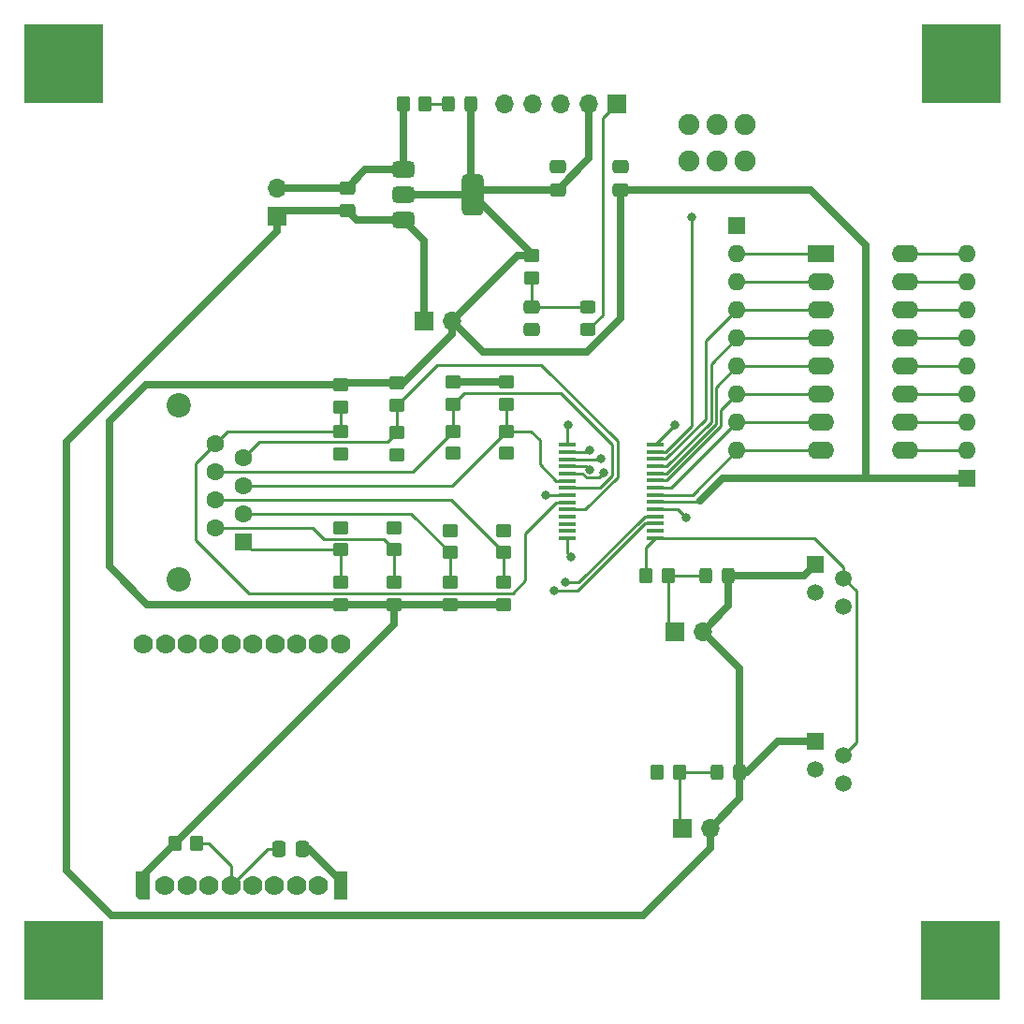
<source format=gbr>
%TF.GenerationSoftware,KiCad,Pcbnew,8.0.1*%
%TF.CreationDate,2024-03-27T11:30:44-06:00*%
%TF.ProjectId,ATV_Project_MasterBoard,4154565f-5072-46f6-9a65-63745f4d6173,rev?*%
%TF.SameCoordinates,Original*%
%TF.FileFunction,Copper,L1,Top*%
%TF.FilePolarity,Positive*%
%FSLAX46Y46*%
G04 Gerber Fmt 4.6, Leading zero omitted, Abs format (unit mm)*
G04 Created by KiCad (PCBNEW 8.0.1) date 2024-03-27 11:30:44*
%MOMM*%
%LPD*%
G01*
G04 APERTURE LIST*
G04 Aperture macros list*
%AMRoundRect*
0 Rectangle with rounded corners*
0 $1 Rounding radius*
0 $2 $3 $4 $5 $6 $7 $8 $9 X,Y pos of 4 corners*
0 Add a 4 corners polygon primitive as box body*
4,1,4,$2,$3,$4,$5,$6,$7,$8,$9,$2,$3,0*
0 Add four circle primitives for the rounded corners*
1,1,$1+$1,$2,$3*
1,1,$1+$1,$4,$5*
1,1,$1+$1,$6,$7*
1,1,$1+$1,$8,$9*
0 Add four rect primitives between the rounded corners*
20,1,$1+$1,$2,$3,$4,$5,0*
20,1,$1+$1,$4,$5,$6,$7,0*
20,1,$1+$1,$6,$7,$8,$9,0*
20,1,$1+$1,$8,$9,$2,$3,0*%
%AMOutline5P*
0 Free polygon, 5 corners , with rotation*
0 The origin of the aperture is its center*
0 number of corners: always 5*
0 $1 to $10 corner X, Y*
0 $11 Rotation angle, in degrees counterclockwise*
0 create outline with 5 corners*
4,1,5,$1,$2,$3,$4,$5,$6,$7,$8,$9,$10,$1,$2,$11*%
%AMOutline6P*
0 Free polygon, 6 corners , with rotation*
0 The origin of the aperture is its center*
0 number of corners: always 6*
0 $1 to $12 corner X, Y*
0 $13 Rotation angle, in degrees counterclockwise*
0 create outline with 6 corners*
4,1,6,$1,$2,$3,$4,$5,$6,$7,$8,$9,$10,$11,$12,$1,$2,$13*%
%AMOutline7P*
0 Free polygon, 7 corners , with rotation*
0 The origin of the aperture is its center*
0 number of corners: always 7*
0 $1 to $14 corner X, Y*
0 $15 Rotation angle, in degrees counterclockwise*
0 create outline with 7 corners*
4,1,7,$1,$2,$3,$4,$5,$6,$7,$8,$9,$10,$11,$12,$13,$14,$1,$2,$15*%
%AMOutline8P*
0 Free polygon, 8 corners , with rotation*
0 The origin of the aperture is its center*
0 number of corners: always 8*
0 $1 to $16 corner X, Y*
0 $17 Rotation angle, in degrees counterclockwise*
0 create outline with 8 corners*
4,1,8,$1,$2,$3,$4,$5,$6,$7,$8,$9,$10,$11,$12,$13,$14,$15,$16,$1,$2,$17*%
G04 Aperture macros list end*
%TA.AperFunction,ComponentPad*%
%ADD10C,2.200000*%
%TD*%
%TA.AperFunction,ComponentPad*%
%ADD11C,1.600000*%
%TD*%
%TA.AperFunction,ComponentPad*%
%ADD12RoundRect,0.248000X-0.552000X0.552000X-0.552000X-0.552000X0.552000X-0.552000X0.552000X0.552000X0*%
%TD*%
%TA.AperFunction,ComponentPad*%
%ADD13R,7.112000X7.112000*%
%TD*%
%TA.AperFunction,ComponentPad*%
%ADD14R,1.520000X1.520000*%
%TD*%
%TA.AperFunction,ComponentPad*%
%ADD15C,1.520000*%
%TD*%
%TA.AperFunction,ComponentPad*%
%ADD16Outline5P,-1.270000X0.381000X-1.016000X0.635000X1.270000X0.635000X1.270000X-0.635000X-1.270000X-0.635000X90.000000*%
%TD*%
%TA.AperFunction,ComponentPad*%
%ADD17C,1.778000*%
%TD*%
%TA.AperFunction,ComponentPad*%
%ADD18R,1.270000X2.540000*%
%TD*%
%TA.AperFunction,ComponentPad*%
%ADD19C,1.905000*%
%TD*%
%TA.AperFunction,ComponentPad*%
%ADD20R,2.400000X1.600000*%
%TD*%
%TA.AperFunction,ComponentPad*%
%ADD21O,2.400000X1.600000*%
%TD*%
%TA.AperFunction,ComponentPad*%
%ADD22R,1.700000X1.700000*%
%TD*%
%TA.AperFunction,ComponentPad*%
%ADD23O,1.700000X1.700000*%
%TD*%
%TA.AperFunction,SMDPad,CuDef*%
%ADD24RoundRect,0.375000X-0.625000X-0.375000X0.625000X-0.375000X0.625000X0.375000X-0.625000X0.375000X0*%
%TD*%
%TA.AperFunction,SMDPad,CuDef*%
%ADD25RoundRect,0.500000X-0.500000X-1.400000X0.500000X-1.400000X0.500000X1.400000X-0.500000X1.400000X0*%
%TD*%
%TA.AperFunction,SMDPad,CuDef*%
%ADD26R,1.500000X0.380000*%
%TD*%
%TA.AperFunction,ComponentPad*%
%ADD27R,1.600000X1.600000*%
%TD*%
%TA.AperFunction,ComponentPad*%
%ADD28O,1.600000X1.600000*%
%TD*%
%TA.AperFunction,ComponentPad*%
%ADD29RoundRect,0.250000X-0.450000X0.350000X-0.450000X-0.350000X0.450000X-0.350000X0.450000X0.350000X0*%
%TD*%
%TA.AperFunction,SMDPad,CuDef*%
%ADD30RoundRect,0.250000X0.450000X-0.350000X0.450000X0.350000X-0.450000X0.350000X-0.450000X-0.350000X0*%
%TD*%
%TA.AperFunction,ComponentPad*%
%ADD31RoundRect,0.250000X0.450000X-0.350000X0.450000X0.350000X-0.450000X0.350000X-0.450000X-0.350000X0*%
%TD*%
%TA.AperFunction,SMDPad,CuDef*%
%ADD32RoundRect,0.250000X-0.450000X0.350000X-0.450000X-0.350000X0.450000X-0.350000X0.450000X0.350000X0*%
%TD*%
%TA.AperFunction,SMDPad,CuDef*%
%ADD33RoundRect,0.250000X0.350000X0.450000X-0.350000X0.450000X-0.350000X-0.450000X0.350000X-0.450000X0*%
%TD*%
%TA.AperFunction,SMDPad,CuDef*%
%ADD34RoundRect,0.250000X-0.350000X-0.450000X0.350000X-0.450000X0.350000X0.450000X-0.350000X0.450000X0*%
%TD*%
%TA.AperFunction,ComponentPad*%
%ADD35RoundRect,0.250000X0.350000X0.450000X-0.350000X0.450000X-0.350000X-0.450000X0.350000X-0.450000X0*%
%TD*%
%TA.AperFunction,SMDPad,CuDef*%
%ADD36RoundRect,0.250000X-0.325000X-0.450000X0.325000X-0.450000X0.325000X0.450000X-0.325000X0.450000X0*%
%TD*%
%TA.AperFunction,ComponentPad*%
%ADD37RoundRect,0.250000X0.450000X-0.325000X0.450000X0.325000X-0.450000X0.325000X-0.450000X-0.325000X0*%
%TD*%
%TA.AperFunction,SMDPad,CuDef*%
%ADD38RoundRect,0.250000X0.450000X-0.325000X0.450000X0.325000X-0.450000X0.325000X-0.450000X-0.325000X0*%
%TD*%
%TA.AperFunction,SMDPad,CuDef*%
%ADD39RoundRect,0.250000X-0.337500X-0.475000X0.337500X-0.475000X0.337500X0.475000X-0.337500X0.475000X0*%
%TD*%
%TA.AperFunction,SMDPad,CuDef*%
%ADD40RoundRect,0.250000X0.475000X-0.337500X0.475000X0.337500X-0.475000X0.337500X-0.475000X-0.337500X0*%
%TD*%
%TA.AperFunction,ComponentPad*%
%ADD41RoundRect,0.250000X0.475000X-0.337500X0.475000X0.337500X-0.475000X0.337500X-0.475000X-0.337500X0*%
%TD*%
%TA.AperFunction,SMDPad,CuDef*%
%ADD42RoundRect,0.250000X-0.475000X0.337500X-0.475000X-0.337500X0.475000X-0.337500X0.475000X0.337500X0*%
%TD*%
%TA.AperFunction,ComponentPad*%
%ADD43RoundRect,0.250000X-0.475000X0.337500X-0.475000X-0.337500X0.475000X-0.337500X0.475000X0.337500X0*%
%TD*%
%TA.AperFunction,ViaPad*%
%ADD44C,0.800000*%
%TD*%
%TA.AperFunction,Conductor*%
%ADD45C,0.635000*%
%TD*%
%TA.AperFunction,Conductor*%
%ADD46C,0.254000*%
%TD*%
%TA.AperFunction,Conductor*%
%ADD47C,0.250000*%
%TD*%
G04 APERTURE END LIST*
D10*
%TO.P,J2,SH*%
%TO.N,GND*%
X135460200Y-88747000D03*
X135460200Y-104547000D03*
D11*
%TO.P,J2,8*%
%TO.N,Net-(U1-RA7)*%
X138760200Y-92202000D03*
%TO.P,J2,7*%
%TO.N,Net-(U1-RA6)*%
X141300200Y-93472000D03*
%TO.P,J2,6*%
%TO.N,Net-(U1-RA5)*%
X138760200Y-94742000D03*
%TO.P,J2,5*%
%TO.N,Net-(U1-RA4)*%
X141300200Y-96012000D03*
%TO.P,J2,4*%
%TO.N,Net-(U1-RA3)*%
X138760200Y-97282000D03*
%TO.P,J2,3*%
%TO.N,Net-(U1-RA2)*%
X141300200Y-98552000D03*
%TO.P,J2,2*%
%TO.N,Net-(U1-RA1)*%
X138760200Y-99822000D03*
D12*
%TO.P,J2,1*%
%TO.N,Net-(U1-RA0)*%
X141300200Y-101092000D03*
%TD*%
D13*
%TO.P,REF\u002A\u002A,1*%
%TO.N,GND*%
X125044200Y-138938000D03*
%TD*%
%TO.P,REF\u002A\u002A,1*%
%TO.N,GND*%
X125044200Y-57859200D03*
%TD*%
D14*
%TO.P,J3,1*%
%TO.N,+5V*%
X193040000Y-119121000D03*
D15*
%TO.P,J3,2*%
%TO.N,RC3*%
X195580000Y-120391000D03*
%TO.P,J3,3*%
%TO.N,RC4*%
X193040000Y-121661000D03*
%TO.P,J3,4*%
%TO.N,GND*%
X195580000Y-122931000D03*
%TD*%
D13*
%TO.P,REF\u002A\u002A,1*%
%TO.N,GND*%
X206146400Y-138963400D03*
%TD*%
%TO.P,REF\u002A\u002A,1*%
%TO.N,GND*%
X206197200Y-57886600D03*
%TD*%
D16*
%TO.P,U3,1,VCC*%
%TO.N,3.3V*%
X132232200Y-132207000D03*
D17*
%TO.P,U3,2,DOUT*%
%TO.N,RC7*%
X134213400Y-132207000D03*
%TO.P,U3,3,DIN*%
%TO.N,RC6*%
X136194600Y-132207000D03*
%TO.P,U3,4,D8*%
%TO.N,unconnected-(U3-D8-Pad4)*%
X138175800Y-132207000D03*
%TO.P,U3,5,~{RESET}*%
%TO.N,Net-(U3-~{RESET})*%
X140157000Y-132207000D03*
%TO.P,U3,6,PWM0/RSSI*%
%TO.N,unconnected-(U3-PWM0{slash}RSSI-Pad6)*%
X142138200Y-132207000D03*
%TO.P,U3,7,PWM1*%
%TO.N,unconnected-(U3-PWM1-Pad7)*%
X144119400Y-132207000D03*
%TO.P,U3,8,NC*%
%TO.N,unconnected-(U3-NC-Pad8)*%
X146100600Y-132207000D03*
%TO.P,U3,9,DTR/SLEEP*%
%TO.N,unconnected-(U3-DTR{slash}SLEEP-Pad9)*%
X148081800Y-132207000D03*
D18*
%TO.P,U3,10,GND*%
%TO.N,GND*%
X150063000Y-132207000D03*
D17*
%TO.P,U3,11,AD4/DIO4*%
%TO.N,unconnected-(U3-AD4{slash}DIO4-Pad11)*%
X150088400Y-110363000D03*
%TO.P,U3,12,~{CTS}/DIO7*%
%TO.N,unconnected-(U3-~{CTS}{slash}DIO7-Pad12)*%
X148107200Y-110363000D03*
%TO.P,U3,13,ON/~{SLEEP}*%
%TO.N,unconnected-(U3-ON{slash}~{SLEEP}-Pad13)*%
X146126000Y-110363000D03*
%TO.P,U3,14,VREF*%
%TO.N,unconnected-(U3-VREF-Pad14)*%
X144144800Y-110363000D03*
%TO.P,U3,15,AD5/DIO5*%
%TO.N,unconnected-(U3-AD5{slash}DIO5-Pad15)*%
X142163600Y-110363000D03*
%TO.P,U3,16,~{RTS}/AD6/DIO6*%
%TO.N,unconnected-(U3-~{RTS}{slash}AD6{slash}DIO6-Pad16)*%
X140182400Y-110363000D03*
%TO.P,U3,17,AD3/DIO3*%
%TO.N,unconnected-(U3-AD3{slash}DIO3-Pad17)*%
X138201200Y-110363000D03*
%TO.P,U3,18,AD2/DIO2*%
%TO.N,unconnected-(U3-AD2{slash}DIO2-Pad18)*%
X136220000Y-110363000D03*
%TO.P,U3,19,AD1/DIO1*%
%TO.N,unconnected-(U3-AD1{slash}DIO1-Pad19)*%
X134238800Y-110363000D03*
%TO.P,U3,20,AD0/DIO0*%
%TO.N,unconnected-(U3-AD0{slash}DIO0-Pad20)*%
X132257600Y-110363000D03*
%TD*%
D19*
%TO.P,SW2,1,A*%
%TO.N,Net-(RN1-R1)*%
X186702500Y-63347600D03*
%TO.P,SW2,2,B*%
%TO.N,Net-(U1-ICSPDAT{slash}RB7)*%
X184111700Y-63347600D03*
%TO.P,SW2,3,C*%
%TO.N,RB7*%
X181622500Y-63347600D03*
%TO.P,SW2,4,A*%
%TO.N,RB6*%
X181622500Y-66675000D03*
%TO.P,SW2,5,B*%
%TO.N,Net-(U1-ICSPCLK{slash}RB6)*%
X184111700Y-66675000D03*
%TO.P,SW2,6,C*%
%TO.N,Net-(RN1-R2)*%
X186702500Y-66675000D03*
%TD*%
D20*
%TO.P,SW1,1*%
%TO.N,Net-(RN1-R1)*%
X193560500Y-75057000D03*
D21*
%TO.P,SW1,2*%
%TO.N,Net-(RN1-R2)*%
X193560500Y-77597000D03*
%TO.P,SW1,3*%
%TO.N,Net-(RN1-R3)*%
X193560500Y-80137000D03*
%TO.P,SW1,4*%
%TO.N,Net-(RN1-R4)*%
X193560500Y-82677000D03*
%TO.P,SW1,5*%
%TO.N,Net-(RN1-R5)*%
X193560500Y-85217000D03*
%TO.P,SW1,6*%
%TO.N,Net-(RN1-R6)*%
X193560500Y-87757000D03*
%TO.P,SW1,7*%
%TO.N,Net-(RN1-R7)*%
X193560500Y-90297000D03*
%TO.P,SW1,8*%
%TO.N,Net-(RN1-R8)*%
X193560500Y-92837000D03*
%TO.P,SW1,9*%
%TO.N,Net-(RN2-R1)*%
X201180500Y-92837000D03*
%TO.P,SW1,10*%
%TO.N,Net-(RN2-R2)*%
X201180500Y-90297000D03*
%TO.P,SW1,11*%
%TO.N,Net-(RN2-R3)*%
X201180500Y-87757000D03*
%TO.P,SW1,12*%
%TO.N,Net-(RN2-R4)*%
X201180500Y-85217000D03*
%TO.P,SW1,13*%
%TO.N,Net-(RN2-R5)*%
X201180500Y-82677000D03*
%TO.P,SW1,14*%
%TO.N,Net-(RN2-R6)*%
X201180500Y-80137000D03*
%TO.P,SW1,15*%
%TO.N,Net-(RN2-R7)*%
X201180500Y-77597000D03*
%TO.P,SW1,16*%
%TO.N,Net-(RN2-R8)*%
X201180500Y-75057000D03*
%TD*%
D22*
%TO.P,J5,1*%
%TO.N,+5V*%
X144309500Y-71628000D03*
D23*
%TO.P,J5,2*%
%TO.N,GND*%
X144309500Y-69088000D03*
%TD*%
D24*
%TO.P,U2,1,GND*%
%TO.N,GND*%
X155764500Y-67423000D03*
%TO.P,U2,2,VO*%
%TO.N,3.3V*%
X155764500Y-69723000D03*
D25*
X162064500Y-69723000D03*
D24*
%TO.P,U2,3,VI*%
%TO.N,+5V*%
X155764500Y-72023000D03*
%TD*%
D26*
%TO.P,U1,28,ICSPDAT/RB7*%
%TO.N,Net-(U1-ICSPDAT{slash}RB7)*%
X178574500Y-92321000D03*
%TO.P,U1,27,ICSPCLK/RB6*%
%TO.N,Net-(U1-ICSPCLK{slash}RB6)*%
X178574500Y-92971000D03*
%TO.P,U1,26,RB5*%
%TO.N,Net-(RN1-R3)*%
X178574500Y-93621000D03*
%TO.P,U1,25,RB4*%
%TO.N,Net-(RN1-R4)*%
X178574500Y-94271000D03*
%TO.P,U1,24,RB3*%
%TO.N,Net-(RN1-R5)*%
X178574500Y-94921000D03*
%TO.P,U1,23,RB2*%
%TO.N,Net-(RN1-R6)*%
X178574500Y-95571000D03*
%TO.P,U1,22,RB1*%
%TO.N,Net-(RN1-R7)*%
X178574500Y-96221000D03*
%TO.P,U1,21,RB0*%
%TO.N,Net-(RN1-R8)*%
X178574500Y-96871000D03*
%TO.P,U1,20,VDD*%
%TO.N,3.3V*%
X178574500Y-97521000D03*
%TO.P,U1,19,VSS*%
%TO.N,GND*%
X178574500Y-98171000D03*
%TO.P,U1,18,RC7*%
%TO.N,RC7*%
X178574500Y-98821000D03*
%TO.P,U1,17,RC6*%
%TO.N,RC6*%
X178574500Y-99471000D03*
%TO.P,U1,16,RC5*%
%TO.N,unconnected-(U1-RC5-Pad16)*%
X178574500Y-100121000D03*
%TO.P,U1,15,RC4*%
%TO.N,RC3*%
X178574500Y-100771000D03*
%TO.P,U1,14,RC3*%
%TO.N,RC4*%
X170605700Y-100780800D03*
%TO.P,U1,13,RC2*%
%TO.N,unconnected-(U1-RC2-Pad13)*%
X170605700Y-100130800D03*
%TO.P,U1,12,RC1*%
%TO.N,unconnected-(U1-RC1-Pad12)*%
X170605700Y-99480800D03*
%TO.P,U1,11,RC0*%
%TO.N,unconnected-(U1-RC0-Pad11)*%
X170605700Y-98830800D03*
%TO.P,U1,10,RA6*%
%TO.N,Net-(U1-RA6)*%
X170605700Y-98180800D03*
%TO.P,U1,9,RA7*%
%TO.N,Net-(U1-RA7)*%
X170605700Y-97530800D03*
%TO.P,U1,8,VSS*%
%TO.N,GND*%
X170605700Y-96880800D03*
%TO.P,U1,7,RA5*%
%TO.N,Net-(U1-RA5)*%
X170605700Y-96230800D03*
%TO.P,U1,6,RA4*%
%TO.N,Net-(U1-RA4)*%
X170605700Y-95580800D03*
%TO.P,U1,5,RA3*%
%TO.N,Net-(U1-RA3)*%
X170605700Y-94930800D03*
%TO.P,U1,4,RA2*%
%TO.N,Net-(U1-RA2)*%
X170605700Y-94280800D03*
%TO.P,U1,3,RA1*%
%TO.N,Net-(U1-RA1)*%
X170605700Y-93630800D03*
%TO.P,U1,2,RA0*%
%TO.N,Net-(U1-RA0)*%
X170605700Y-92980800D03*
%TO.P,U1,1,RE3/~{MCLR}/VPP*%
%TO.N,Net-(D3-K)*%
X170605700Y-92330800D03*
%TD*%
D27*
%TO.P,RN2,1,common*%
%TO.N,3.3V*%
X206768500Y-95377000D03*
D28*
%TO.P,RN2,2,R1*%
%TO.N,Net-(RN2-R1)*%
X206768500Y-92837000D03*
%TO.P,RN2,3,R2*%
%TO.N,Net-(RN2-R2)*%
X206768500Y-90297000D03*
%TO.P,RN2,4,R3*%
%TO.N,Net-(RN2-R3)*%
X206768500Y-87757000D03*
%TO.P,RN2,5,R4*%
%TO.N,Net-(RN2-R4)*%
X206768500Y-85217000D03*
%TO.P,RN2,6,R5*%
%TO.N,Net-(RN2-R5)*%
X206768500Y-82677000D03*
%TO.P,RN2,7,R6*%
%TO.N,Net-(RN2-R6)*%
X206768500Y-80137000D03*
%TO.P,RN2,8,R7*%
%TO.N,Net-(RN2-R7)*%
X206768500Y-77597000D03*
%TO.P,RN2,9,R8*%
%TO.N,Net-(RN2-R8)*%
X206768500Y-75057000D03*
%TD*%
%TO.P,RN1,9,R8*%
%TO.N,Net-(RN1-R8)*%
X185940500Y-92837000D03*
%TO.P,RN1,8,R7*%
%TO.N,Net-(RN1-R7)*%
X185940500Y-90297000D03*
%TO.P,RN1,7,R6*%
%TO.N,Net-(RN1-R6)*%
X185940500Y-87757000D03*
%TO.P,RN1,6,R5*%
%TO.N,Net-(RN1-R5)*%
X185940500Y-85217000D03*
%TO.P,RN1,5,R4*%
%TO.N,Net-(RN1-R4)*%
X185940500Y-82677000D03*
%TO.P,RN1,4,R3*%
%TO.N,Net-(RN1-R3)*%
X185940500Y-80137000D03*
%TO.P,RN1,3,R2*%
%TO.N,Net-(RN1-R2)*%
X185940500Y-77597000D03*
%TO.P,RN1,2,R1*%
%TO.N,Net-(RN1-R1)*%
X185940500Y-75057000D03*
D27*
%TO.P,RN1,1,common*%
%TO.N,GND*%
X185940500Y-72517000D03*
%TD*%
D29*
%TO.P,R21,2*%
%TO.N,Net-(U1-RA0)*%
X150138000Y-101822000D03*
%TO.P,R21,1*%
%TO.N,GND*%
X150138000Y-99822000D03*
%TD*%
%TO.P,R20,2*%
%TO.N,Net-(U1-RA1)*%
X154964000Y-101838000D03*
%TO.P,R20,1*%
%TO.N,GND*%
X154964000Y-99838000D03*
%TD*%
%TO.P,R19,1*%
%TO.N,GND*%
X160021000Y-100092000D03*
%TO.P,R19,2*%
%TO.N,Net-(U1-RA2)*%
X160021000Y-102092000D03*
%TD*%
%TO.P,R18,1*%
%TO.N,GND*%
X164847000Y-100076000D03*
%TO.P,R18,2*%
%TO.N,Net-(U1-RA3)*%
X164847000Y-102076000D03*
%TD*%
D30*
%TO.P,R17,2*%
%TO.N,Net-(U1-RA4)*%
X165112500Y-91091000D03*
D31*
%TO.P,R17,1*%
%TO.N,GND*%
X165112500Y-93091000D03*
%TD*%
D30*
%TO.P,R16,2*%
%TO.N,Net-(U1-RA5)*%
X160286500Y-91091000D03*
D31*
%TO.P,R16,1*%
%TO.N,GND*%
X160286500Y-93091000D03*
%TD*%
%TO.P,R15,1*%
%TO.N,GND*%
X155183500Y-93233000D03*
D30*
%TO.P,R15,2*%
%TO.N,Net-(U1-RA6)*%
X155183500Y-91233000D03*
%TD*%
D31*
%TO.P,R14,1*%
%TO.N,GND*%
X150103500Y-93124750D03*
D30*
%TO.P,R14,2*%
%TO.N,Net-(U1-RA7)*%
X150103500Y-91124750D03*
%TD*%
D32*
%TO.P,R13,1*%
%TO.N,3.3V*%
X150115000Y-86917750D03*
%TO.P,R13,2*%
%TO.N,Net-(U1-RA7)*%
X150115000Y-88917750D03*
%TD*%
D29*
%TO.P,R12,1*%
%TO.N,3.3V*%
X155195000Y-86756000D03*
D32*
%TO.P,R12,2*%
%TO.N,Net-(U1-RA6)*%
X155195000Y-88756000D03*
%TD*%
D29*
%TO.P,R11,1*%
%TO.N,3.3V*%
X160275000Y-86646000D03*
D32*
%TO.P,R11,2*%
%TO.N,Net-(U1-RA5)*%
X160275000Y-88646000D03*
%TD*%
%TO.P,R10,1*%
%TO.N,3.3V*%
X165101000Y-86646000D03*
%TO.P,R10,2*%
%TO.N,Net-(U1-RA4)*%
X165101000Y-88646000D03*
%TD*%
D30*
%TO.P,R9,2*%
%TO.N,Net-(U1-RA3)*%
X164858500Y-104791000D03*
%TO.P,R9,1*%
%TO.N,3.3V*%
X164858500Y-106791000D03*
%TD*%
%TO.P,R8,2*%
%TO.N,Net-(U1-RA2)*%
X160032500Y-104791000D03*
%TO.P,R8,1*%
%TO.N,3.3V*%
X160032500Y-106791000D03*
%TD*%
%TO.P,R7,2*%
%TO.N,Net-(U1-RA1)*%
X154952500Y-104775000D03*
%TO.P,R7,1*%
%TO.N,3.3V*%
X154952500Y-106775000D03*
%TD*%
D33*
%TO.P,R6,1*%
%TO.N,Net-(D6-K)*%
X157739500Y-61468000D03*
%TO.P,R6,2*%
%TO.N,GND*%
X155739500Y-61468000D03*
%TD*%
D30*
%TO.P,R5,2*%
%TO.N,Net-(U1-RA0)*%
X150126500Y-104759000D03*
%TO.P,R5,1*%
%TO.N,3.3V*%
X150126500Y-106759000D03*
%TD*%
D34*
%TO.P,R4,2*%
%TO.N,Net-(U3-~{RESET})*%
X137093000Y-128397000D03*
%TO.P,R4,1*%
%TO.N,3.3V*%
X135093000Y-128397000D03*
%TD*%
D32*
%TO.P,R3,1*%
%TO.N,3.3V*%
X167398500Y-75209000D03*
%TO.P,R3,2*%
%TO.N,Net-(D3-A)*%
X167398500Y-77209000D03*
%TD*%
D33*
%TO.P,R2,1*%
%TO.N,Net-(D2-K)*%
X179705000Y-104140000D03*
%TO.P,R2,2*%
%TO.N,RC3*%
X177705000Y-104140000D03*
%TD*%
%TO.P,R1,1*%
%TO.N,Net-(D1-K)*%
X180730000Y-121920000D03*
D35*
%TO.P,R1,2*%
%TO.N,RC4*%
X178730000Y-121920000D03*
%TD*%
D22*
%TO.P,JP4,1,A*%
%TO.N,Net-(D2-K)*%
X180340000Y-109220000D03*
D23*
%TO.P,JP4,2,B*%
%TO.N,+5V*%
X182880000Y-109220000D03*
%TD*%
D22*
%TO.P,JP2,1,A*%
%TO.N,Net-(D1-K)*%
X180975000Y-127000000D03*
D23*
%TO.P,JP2,2,B*%
%TO.N,+5V*%
X183515000Y-127000000D03*
%TD*%
D22*
%TO.P,JP1,1,A*%
%TO.N,+5V*%
X157639500Y-81153000D03*
D23*
%TO.P,JP1,2,B*%
%TO.N,3.3V*%
X160179500Y-81153000D03*
%TD*%
D14*
%TO.P,J4,1*%
%TO.N,+5V*%
X193040000Y-103119000D03*
D15*
%TO.P,J4,2*%
%TO.N,RC3*%
X195580000Y-104389000D03*
%TO.P,J4,3*%
%TO.N,RC4*%
X193040000Y-105659000D03*
%TO.P,J4,4*%
%TO.N,GND*%
X195580000Y-106929000D03*
%TD*%
D22*
%TO.P,J1,1*%
%TO.N,Net-(D3-K)*%
X175116500Y-61497000D03*
D23*
%TO.P,J1,2*%
%TO.N,3.3V*%
X172576500Y-61497000D03*
%TO.P,J1,3*%
%TO.N,GND*%
X170036500Y-61497000D03*
%TO.P,J1,4*%
%TO.N,RB7*%
X167496500Y-61497000D03*
%TO.P,J1,5*%
%TO.N,RB6*%
X164956500Y-61497000D03*
%TD*%
D36*
%TO.P,D6,1,K*%
%TO.N,Net-(D6-K)*%
X159794500Y-61468000D03*
%TO.P,D6,2,A*%
%TO.N,3.3V*%
X161844500Y-61468000D03*
%TD*%
D37*
%TO.P,D3,1,K*%
%TO.N,Net-(D3-K)*%
X172478500Y-81924000D03*
D38*
%TO.P,D3,2,A*%
%TO.N,Net-(D3-A)*%
X172478500Y-79874000D03*
%TD*%
D36*
%TO.P,D2,1,K*%
%TO.N,Net-(D2-K)*%
X183125000Y-104140000D03*
%TO.P,D2,2,A*%
%TO.N,+5V*%
X185175000Y-104140000D03*
%TD*%
%TO.P,D1,1,K*%
%TO.N,Net-(D1-K)*%
X184150000Y-121920000D03*
%TO.P,D1,2,A*%
%TO.N,+5V*%
X186200000Y-121920000D03*
%TD*%
D39*
%TO.P,C5,2*%
%TO.N,GND*%
X146592000Y-128905000D03*
%TO.P,C5,1*%
%TO.N,Net-(U3-~{RESET})*%
X144517000Y-128905000D03*
%TD*%
D40*
%TO.P,C4,1*%
%TO.N,3.3V*%
X175424500Y-69258000D03*
D41*
%TO.P,C4,2*%
%TO.N,GND*%
X175424500Y-67183000D03*
%TD*%
D40*
%TO.P,C3,1*%
%TO.N,3.3V*%
X169709500Y-69258000D03*
D41*
%TO.P,C3,2*%
%TO.N,GND*%
X169709500Y-67183000D03*
%TD*%
D40*
%TO.P,C2,1*%
%TO.N,+5V*%
X150659500Y-71163000D03*
%TO.P,C2,2*%
%TO.N,GND*%
X150659500Y-69088000D03*
%TD*%
D42*
%TO.P,C1,1*%
%TO.N,Net-(D3-A)*%
X167398500Y-79849000D03*
D43*
%TO.P,C1,2*%
%TO.N,GND*%
X167398500Y-81924000D03*
%TD*%
D44*
%TO.N,GND*%
X168668500Y-96901000D03*
X181368500Y-98933000D03*
%TO.N,Net-(U1-ICSPCLK{slash}RB6)*%
X181876500Y-71755000D03*
%TO.N,Net-(U1-ICSPDAT{slash}RB7)*%
X180352500Y-90551000D03*
%TO.N,RC4*%
X170954500Y-102489000D03*
%TO.N,RC6*%
X169430500Y-105500000D03*
%TO.N,RC7*%
X170446500Y-104775000D03*
%TO.N,Net-(D3-K)*%
X170700500Y-90551000D03*
%TO.N,Net-(U1-RA3)*%
X173907700Y-94848800D03*
%TO.N,Net-(U1-RA2)*%
X172637700Y-94594800D03*
%TO.N,Net-(U1-RA1)*%
X173653700Y-93578800D03*
%TO.N,Net-(U1-RA0)*%
X172637700Y-92816800D03*
%TD*%
D45*
%TO.N,+5V*%
X129362200Y-134899400D02*
X177406100Y-134899400D01*
X183515000Y-128790500D02*
X183515000Y-127000000D01*
X125298200Y-130835400D02*
X129362200Y-134899400D01*
X125298200Y-92024200D02*
X125298200Y-130835400D01*
X144309500Y-73012900D02*
X125298200Y-92024200D01*
X177406100Y-134899400D02*
X183515000Y-128790500D01*
X144309500Y-71628000D02*
X144309500Y-73012900D01*
D46*
%TO.N,GND*%
X169709500Y-61824000D02*
X170036500Y-61497000D01*
D47*
%TO.N,Net-(U1-RA4)*%
X168148000Y-94123100D02*
X168148000Y-91922600D01*
X168148000Y-91922600D02*
X167316400Y-91091000D01*
X169605700Y-95580800D02*
X168148000Y-94123100D01*
X170605700Y-95580800D02*
X169605700Y-95580800D01*
X167316400Y-91091000D02*
X165112500Y-91091000D01*
%TO.N,Net-(U1-RA7)*%
X141796700Y-105791000D02*
X144284500Y-105791000D01*
X165645900Y-105765600D02*
X144309900Y-105765600D01*
X166794500Y-100342000D02*
X166794500Y-104617000D01*
X166794500Y-104617000D02*
X165645900Y-105765600D01*
X144309900Y-105765600D02*
X144284500Y-105791000D01*
X169605700Y-97530800D02*
X166794500Y-100342000D01*
X170605700Y-97530800D02*
X169605700Y-97530800D01*
%TO.N,Net-(U1-RA1)*%
X147563000Y-99822000D02*
X138760200Y-99822000D01*
X148579000Y-100838000D02*
X147563000Y-99822000D01*
X154964000Y-101838000D02*
X153964000Y-100838000D01*
X153964000Y-100838000D02*
X148579000Y-100838000D01*
%TO.N,Net-(U1-RA5)*%
X170018200Y-87680800D02*
X161240200Y-87680800D01*
X161240200Y-87680800D02*
X160275000Y-88646000D01*
X174669700Y-92332300D02*
X170018200Y-87680800D01*
X173551005Y-96230800D02*
X174669700Y-95112105D01*
X170605700Y-96230800D02*
X173551005Y-96230800D01*
X174669700Y-95112105D02*
X174669700Y-92332300D01*
%TO.N,Net-(U1-RA6)*%
X175119700Y-95298501D02*
X175119700Y-91996800D01*
X168238300Y-85115400D02*
X158835600Y-85115400D01*
X172237401Y-98180800D02*
X175119700Y-95298501D01*
X158835600Y-85115400D02*
X155195000Y-88756000D01*
X170605700Y-98180800D02*
X172237401Y-98180800D01*
X175119700Y-91996800D02*
X168238300Y-85115400D01*
D45*
%TO.N,3.3V*%
X172399204Y-83947000D02*
X175424500Y-80921704D01*
X162973500Y-83947000D02*
X172399204Y-83947000D01*
X175424500Y-80921704D02*
X175424500Y-69258000D01*
X160179500Y-81153000D02*
X162973500Y-83947000D01*
X129184400Y-90220800D02*
X132487450Y-86917750D01*
X129184400Y-103352600D02*
X129184400Y-90220800D01*
X132590800Y-106759000D02*
X129184400Y-103352600D01*
X150126500Y-106759000D02*
X132590800Y-106759000D01*
X132487450Y-86917750D02*
X150115000Y-86917750D01*
D47*
%TO.N,Net-(U1-RA7)*%
X139837450Y-91124750D02*
X150103500Y-91124750D01*
X138760200Y-92202000D02*
X139837450Y-91124750D01*
%TO.N,Net-(U1-RA6)*%
X154366750Y-92049750D02*
X155183500Y-91233000D01*
X142722450Y-92049750D02*
X154366750Y-92049750D01*
X141300200Y-93472000D02*
X142722450Y-92049750D01*
%TO.N,Net-(U1-RA5)*%
X156635500Y-94742000D02*
X138760200Y-94742000D01*
X160286500Y-91091000D02*
X156635500Y-94742000D01*
%TO.N,Net-(U1-RA4)*%
X160191500Y-96012000D02*
X141300200Y-96012000D01*
X165112500Y-91091000D02*
X160191500Y-96012000D01*
%TO.N,Net-(U1-RA3)*%
X160053000Y-97282000D02*
X138760200Y-97282000D01*
X164847000Y-102076000D02*
X160053000Y-97282000D01*
%TO.N,Net-(U1-RA2)*%
X160021000Y-102092000D02*
X156481000Y-98552000D01*
X156481000Y-98552000D02*
X141300200Y-98552000D01*
%TO.N,Net-(U1-RA0)*%
X142030200Y-101822000D02*
X141300200Y-101092000D01*
X150138000Y-101822000D02*
X142030200Y-101822000D01*
D45*
%TO.N,GND*%
X206006500Y-139319000D02*
X206260500Y-139065000D01*
D46*
X180606500Y-98171000D02*
X181368500Y-98933000D01*
X178574500Y-98171000D02*
X180606500Y-98171000D01*
X168688700Y-96880800D02*
X168668500Y-96901000D01*
X170605700Y-96880800D02*
X168688700Y-96880800D01*
D47*
%TO.N,RC3*%
X192970000Y-100771000D02*
X195580000Y-103381000D01*
X178574500Y-100771000D02*
X192970000Y-100771000D01*
X195580000Y-103381000D02*
X195580000Y-104389000D01*
D45*
%TO.N,+5V*%
X192019000Y-104140000D02*
X193040000Y-103119000D01*
X185175000Y-104140000D02*
X192019000Y-104140000D01*
D47*
%TO.N,RC3*%
X196719000Y-105528000D02*
X195580000Y-104389000D01*
X196719000Y-119252000D02*
X196719000Y-105528000D01*
X195580000Y-120391000D02*
X196719000Y-119252000D01*
D45*
%TO.N,+5V*%
X189628500Y-119121000D02*
X193040000Y-119121000D01*
X186829500Y-121920000D02*
X189628500Y-119121000D01*
X186200000Y-121920000D02*
X186829500Y-121920000D01*
D47*
%TO.N,Net-(U1-ICSPDAT{slash}RB7)*%
X178582500Y-92321000D02*
X180352500Y-90551000D01*
X178574500Y-92321000D02*
X178582500Y-92321000D01*
%TO.N,Net-(U1-ICSPCLK{slash}RB6)*%
X181876500Y-90609000D02*
X181876500Y-71755000D01*
X179514500Y-92971000D02*
X181876500Y-90609000D01*
X178574500Y-92971000D02*
X179514500Y-92971000D01*
D45*
%TO.N,3.3V*%
X197624500Y-74295000D02*
X197624500Y-95377000D01*
X175424500Y-69258000D02*
X192587500Y-69258000D01*
X192587500Y-69258000D02*
X197624500Y-74295000D01*
X197624500Y-95377000D02*
X184670500Y-95377000D01*
X206768500Y-95377000D02*
X197624500Y-95377000D01*
X172576500Y-66391000D02*
X172576500Y-61497000D01*
X169709500Y-69258000D02*
X172576500Y-66391000D01*
D47*
%TO.N,Net-(D3-K)*%
X173805500Y-62808000D02*
X175116500Y-61497000D01*
X173805500Y-80597000D02*
X173805500Y-62808000D01*
X172478500Y-81924000D02*
X173805500Y-80597000D01*
%TO.N,RC7*%
X171634104Y-104775000D02*
X170446500Y-104775000D01*
X177588104Y-98821000D02*
X171634104Y-104775000D01*
X178574500Y-98821000D02*
X177588104Y-98821000D01*
D45*
%TO.N,+5V*%
X186200000Y-112540000D02*
X182880000Y-109220000D01*
X186200000Y-121920000D02*
X186200000Y-112540000D01*
%TO.N,3.3V*%
X184670500Y-95377000D02*
X182638500Y-97409000D01*
D46*
X182526500Y-97521000D02*
X182638500Y-97409000D01*
X178574500Y-97521000D02*
X182526500Y-97521000D01*
D47*
%TO.N,RC4*%
X170605700Y-102140200D02*
X170954500Y-102489000D01*
X170605700Y-100780800D02*
X170605700Y-102140200D01*
D45*
%TO.N,+5V*%
X185180000Y-104135000D02*
X185175000Y-104140000D01*
D47*
%TO.N,RC3*%
X177705000Y-101640500D02*
X178574500Y-100771000D01*
X177705000Y-104140000D02*
X177705000Y-101640500D01*
%TO.N,Net-(D2-K)*%
X179705000Y-104140000D02*
X179705000Y-108585000D01*
X179705000Y-108585000D02*
X180340000Y-109220000D01*
X183125000Y-104140000D02*
X179705000Y-104140000D01*
D45*
%TO.N,+5V*%
X185178500Y-106045000D02*
X185175000Y-106041500D01*
X185178500Y-106921500D02*
X185178500Y-106045000D01*
X185175000Y-106041500D02*
X185175000Y-104140000D01*
X182880000Y-109220000D02*
X185178500Y-106921500D01*
X186200000Y-122803500D02*
X186200000Y-121920000D01*
X186194500Y-124320500D02*
X186194500Y-122809000D01*
X186194500Y-122809000D02*
X186200000Y-122803500D01*
X183515000Y-127000000D02*
X186194500Y-124320500D01*
D47*
%TO.N,Net-(D1-K)*%
X180730000Y-126755000D02*
X180975000Y-127000000D01*
X180730000Y-121920000D02*
X180730000Y-126755000D01*
X184150000Y-121920000D02*
X180730000Y-121920000D01*
D45*
%TO.N,3.3V*%
X154952500Y-108537500D02*
X154952500Y-106775000D01*
X135093000Y-128397000D02*
X154952500Y-108537500D01*
D47*
%TO.N,RC6*%
X177574500Y-99471000D02*
X178574500Y-99471000D01*
X171545500Y-105500000D02*
X177574500Y-99471000D01*
X169430500Y-105500000D02*
X171545500Y-105500000D01*
D45*
%TO.N,GND*%
X155764500Y-61493000D02*
X155739500Y-61468000D01*
X155764500Y-67423000D02*
X155764500Y-61493000D01*
X152324500Y-67423000D02*
X155764500Y-67423000D01*
X150659500Y-69088000D02*
X152324500Y-67423000D01*
X144309500Y-69088000D02*
X150659500Y-69088000D01*
D47*
%TO.N,Net-(D6-K)*%
X159794500Y-61468000D02*
X157739500Y-61468000D01*
D45*
%TO.N,+5V*%
X144774500Y-71163000D02*
X144309500Y-71628000D01*
X150659500Y-71163000D02*
X144774500Y-71163000D01*
X151519500Y-72023000D02*
X150659500Y-71163000D01*
X155764500Y-72023000D02*
X151519500Y-72023000D01*
X157639500Y-73898000D02*
X155764500Y-72023000D01*
X157639500Y-81153000D02*
X157639500Y-73898000D01*
%TO.N,3.3V*%
X132232200Y-131257800D02*
X132232200Y-132207000D01*
X135093000Y-128397000D02*
X132232200Y-131257800D01*
%TO.N,GND*%
X150063000Y-131788500D02*
X150063000Y-132207000D01*
X147179500Y-128905000D02*
X150063000Y-131788500D01*
X146592000Y-128905000D02*
X147179500Y-128905000D01*
D47*
%TO.N,Net-(U3-~{RESET})*%
X143459000Y-128905000D02*
X140157000Y-132207000D01*
X144517000Y-128905000D02*
X143459000Y-128905000D01*
X140157000Y-130429000D02*
X140157000Y-132207000D01*
X138125000Y-128397000D02*
X140157000Y-130429000D01*
X137093000Y-128397000D02*
X138125000Y-128397000D01*
%TO.N,Net-(RN2-R1)*%
X201180500Y-92837000D02*
X206768500Y-92837000D01*
%TO.N,Net-(RN2-R2)*%
X201180500Y-90297000D02*
X206768500Y-90297000D01*
%TO.N,Net-(RN2-R3)*%
X201180500Y-87757000D02*
X206768500Y-87757000D01*
%TO.N,Net-(RN2-R4)*%
X201180500Y-85217000D02*
X206768500Y-85217000D01*
%TO.N,Net-(RN2-R5)*%
X201180500Y-82677000D02*
X206768500Y-82677000D01*
%TO.N,Net-(RN2-R6)*%
X201180500Y-80137000D02*
X206768500Y-80137000D01*
%TO.N,Net-(RN2-R7)*%
X201180500Y-77597000D02*
X206768500Y-77597000D01*
%TO.N,Net-(RN2-R8)*%
X201180500Y-75057000D02*
X206768500Y-75057000D01*
%TO.N,Net-(RN1-R8)*%
X193560500Y-92837000D02*
X185940500Y-92837000D01*
%TO.N,Net-(RN1-R7)*%
X193560500Y-90297000D02*
X185940500Y-90297000D01*
%TO.N,Net-(RN1-R6)*%
X193560500Y-87757000D02*
X185940500Y-87757000D01*
%TO.N,Net-(RN1-R5)*%
X193560500Y-85217000D02*
X185940500Y-85217000D01*
%TO.N,Net-(RN1-R4)*%
X193560500Y-82677000D02*
X185940500Y-82677000D01*
%TO.N,Net-(RN1-R3)*%
X193560500Y-80137000D02*
X185940500Y-80137000D01*
%TO.N,Net-(RN1-R2)*%
X193560500Y-77597000D02*
X185940500Y-77597000D01*
%TO.N,Net-(RN1-R1)*%
X193560500Y-75057000D02*
X185940500Y-75057000D01*
%TO.N,3.3V*%
X150276750Y-86756000D02*
X150115000Y-86917750D01*
D45*
X155195000Y-86756000D02*
X150276750Y-86756000D01*
X155778581Y-86756000D02*
X155195000Y-86756000D01*
X160179500Y-82355081D02*
X155778581Y-86756000D01*
X160179500Y-81153000D02*
X160179500Y-82355081D01*
X165101000Y-86646000D02*
X160275000Y-86646000D01*
X167398500Y-75209000D02*
X166123500Y-75209000D01*
X166123500Y-75209000D02*
X160179500Y-81153000D01*
X161844500Y-61468000D02*
X161844500Y-69503000D01*
X161844500Y-69503000D02*
X162064500Y-69723000D01*
X167398500Y-75209000D02*
X167398500Y-75057000D01*
X167398500Y-75057000D02*
X162064500Y-69723000D01*
X155764500Y-69723000D02*
X162064500Y-69723000D01*
X162529500Y-69258000D02*
X162064500Y-69723000D01*
X169709500Y-69258000D02*
X162529500Y-69258000D01*
X150142500Y-106775000D02*
X150126500Y-106759000D01*
X154952500Y-106775000D02*
X150142500Y-106775000D01*
X160032500Y-106791000D02*
X154968500Y-106791000D01*
X154968500Y-106791000D02*
X154952500Y-106775000D01*
X164858500Y-106791000D02*
X160032500Y-106791000D01*
D47*
X162318500Y-69723000D02*
X162064500Y-69723000D01*
%TO.N,Net-(U1-ICSPCLK{slash}RB6)*%
X183654500Y-67132200D02*
X184111700Y-66675000D01*
%TO.N,Net-(RN1-R6)*%
X184496500Y-90649000D02*
X184496500Y-89201000D01*
X184496500Y-89201000D02*
X185940500Y-87757000D01*
X179574500Y-95571000D02*
X184496500Y-90649000D01*
X178574500Y-95571000D02*
X179574500Y-95571000D01*
%TO.N,Net-(RN1-R5)*%
X184046500Y-87111000D02*
X185940500Y-85217000D01*
X184046500Y-90449000D02*
X184046500Y-87111000D01*
X179574500Y-94921000D02*
X184046500Y-90449000D01*
X178574500Y-94921000D02*
X179574500Y-94921000D01*
%TO.N,Net-(RN1-R4)*%
X183596500Y-85021000D02*
X185940500Y-82677000D01*
X183596500Y-90249000D02*
X183596500Y-85021000D01*
X179574500Y-94271000D02*
X183596500Y-90249000D01*
X178574500Y-94271000D02*
X179574500Y-94271000D01*
%TO.N,Net-(RN1-R3)*%
X183146500Y-82931000D02*
X185940500Y-80137000D01*
X179514500Y-93621000D02*
X183146500Y-89989000D01*
X183146500Y-89989000D02*
X183146500Y-82931000D01*
X178574500Y-93621000D02*
X179514500Y-93621000D01*
%TO.N,Net-(RN1-R7)*%
X180016500Y-96221000D02*
X185940500Y-90297000D01*
X178574500Y-96221000D02*
X180016500Y-96221000D01*
%TO.N,Net-(RN1-R8)*%
X181906500Y-96871000D02*
X185940500Y-92837000D01*
X178574500Y-96871000D02*
X181906500Y-96871000D01*
%TO.N,Net-(U1-RA7)*%
X136970700Y-100965000D02*
X136970700Y-93991500D01*
X136970700Y-93991500D02*
X138760200Y-92202000D01*
X141796700Y-105791000D02*
X136970700Y-100965000D01*
%TO.N,Net-(D3-A)*%
X167398500Y-79849000D02*
X167398500Y-77209000D01*
X167423500Y-79874000D02*
X167398500Y-79849000D01*
X172478500Y-79874000D02*
X167423500Y-79874000D01*
%TO.N,Net-(D3-K)*%
X170605700Y-90645800D02*
X170700500Y-90551000D01*
X170605700Y-92330800D02*
X170605700Y-90645800D01*
%TO.N,Net-(U1-RA3)*%
X173436700Y-95319800D02*
X173907700Y-94848800D01*
X172337395Y-95319800D02*
X173436700Y-95319800D01*
X171948395Y-94930800D02*
X172337395Y-95319800D01*
X170605700Y-94930800D02*
X171948395Y-94930800D01*
%TO.N,Net-(U1-RA2)*%
X172323700Y-94280800D02*
X172637700Y-94594800D01*
X170605700Y-94280800D02*
X172323700Y-94280800D01*
%TO.N,Net-(U1-RA1)*%
X173601700Y-93630800D02*
X173653700Y-93578800D01*
X170605700Y-93630800D02*
X173601700Y-93630800D01*
%TO.N,Net-(U1-RA0)*%
X170605700Y-92980800D02*
X172473700Y-92980800D01*
X172473700Y-92980800D02*
X172637700Y-92816800D01*
%TO.N,Net-(U1-RA2)*%
X160021000Y-104779500D02*
X160032500Y-104791000D01*
X160021000Y-102092000D02*
X160021000Y-104779500D01*
%TO.N,Net-(U1-RA1)*%
X154952500Y-101849500D02*
X154964000Y-101838000D01*
X154952500Y-104775000D02*
X154952500Y-101849500D01*
%TO.N,Net-(U1-RA3)*%
X164858500Y-102087500D02*
X164847000Y-102076000D01*
X164858500Y-104791000D02*
X164858500Y-102087500D01*
%TO.N,Net-(U1-RA0)*%
X150138000Y-104747500D02*
X150126500Y-104759000D01*
X150138000Y-101822000D02*
X150138000Y-104747500D01*
%TO.N,Net-(U1-RA6)*%
X155195000Y-88672500D02*
X155183500Y-88661000D01*
X155195000Y-91138000D02*
X155195000Y-88672500D01*
%TO.N,Net-(U1-RA5)*%
X160275000Y-88784500D02*
X160286500Y-88773000D01*
X160275000Y-91218000D02*
X160275000Y-88784500D01*
%TO.N,Net-(U1-RA7)*%
X150115000Y-89072250D02*
X150103500Y-89060750D01*
X150115000Y-91267750D02*
X150115000Y-89072250D01*
%TO.N,Net-(U1-RA4)*%
X165101000Y-88784500D02*
X165112500Y-88773000D01*
X165101000Y-91218000D02*
X165101000Y-88784500D01*
%TD*%
M02*

</source>
